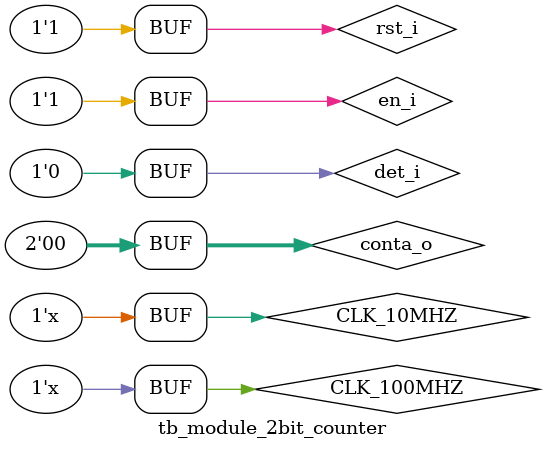
<source format=sv>
`timescale 1ns / 1ps


module tb_module_2bit_counter;
    logic           clk;  
    logic           en_i; 
    logic           rst_i;
    logic           det_i;
    logic    [1:0]  conta_o = 0;
    logic           CLK_100MHZ;
    logic           CLK_10MHZ;
    logic    [3:0]  cont2;
    
    
    initial begin
        CLK_100MHZ = 0;
        CLK_10MHZ  = 0;
        cont2      = 0; 
    end
    always begin
        #5 CLK_100MHZ = ~CLK_100MHZ;
        if(CLK_100MHZ == 1)begin
            cont2 = cont2 + 1;
        end
        if(cont2 == 4'b0101)begin
            CLK_10MHZ = ~CLK_10MHZ;
            cont2 = 0;
        end
    end
    
    module_2bit_counter counter_2bits(
    .clk            (CLK_10MHZ),
    .en_i           (en_i),
    .rst_i          (rst_i),
    .det_i          (det_i),
    .conta_o        (conta_o)
    );

    initial begin
        en_i   = 0;
        rst_i  = 1;
        det_i  = 0;
        #100;
        en_i   = 1;
        rst_i  = 0;
        det_i  = 0;
        #200
        en_i   = 1;
        rst_i  = 0;
        det_i  = 1;
        #250;
        en_i   = 1;
        rst_i  = 0;
        det_i  = 0;
        #150
        en_i   = 1;
        rst_i  = 1;
        det_i  = 0;
    end
    
endmodule

</source>
